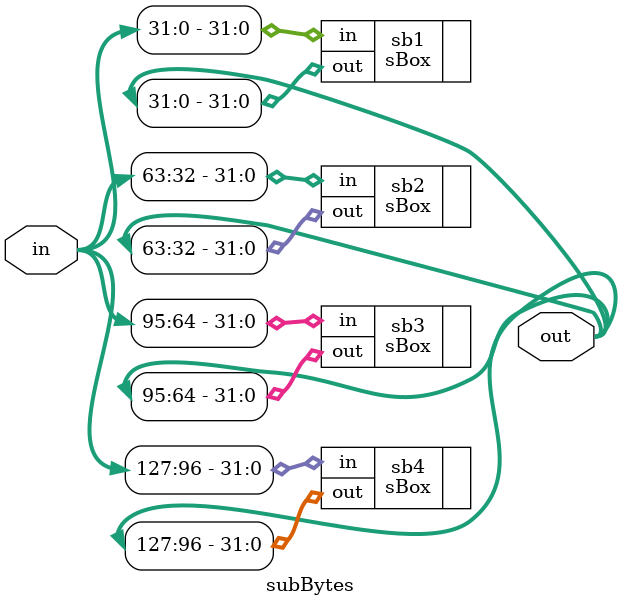
<source format=v>
module subBytes(
  input [127:0] in,
  output [127:0] out
);

  sBox sb1 (.in(in[31:0]), .out(out[31:0]));
  sBox sb2 (.in(in[63:32]), .out(out[63:32]));
  sBox sb3 (.in(in[95:64]), .out(out[95:64]));
  sBox sb4 (.in(in[127:96]), .out(out[127:96]));

endmodule

</source>
